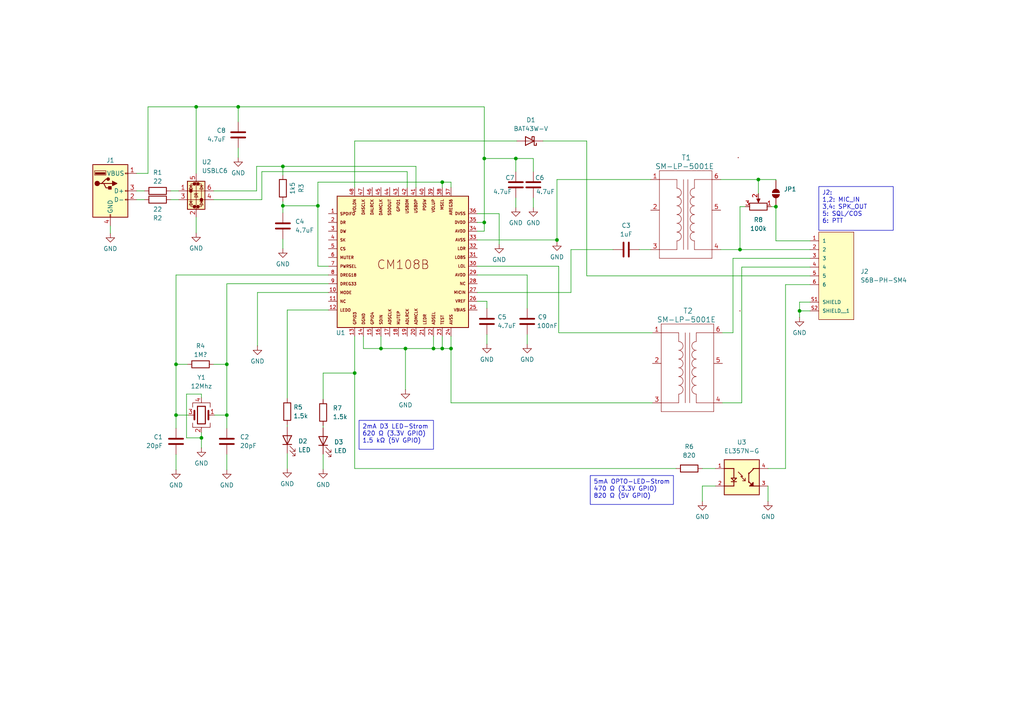
<source format=kicad_sch>
(kicad_sch (version 20231120) (generator "eeschema") (generator_version "8.0")
  (paper "A4")
  (lib_symbols
    (symbol "CM108B:CM108B" (pin_names (offset 1.016))
      (property "Reference" "U" (at 17.78 21.844 0))
      (property "Value" "CM108B" (at 17.78 -20.32 0))
      (symbol "CM108B_0_0"
        (rectangle (start -17.78 -17.78) (end 20.32 20.32) (stroke (width 0.254)) (fill (type background)))
        (text "ADLRCK" (at 3.048 -17.018 900) (effects (font (size 0.8128 0.8128)) (justify left bottom)))
        (text "ADMCLK" (at 5.588 -17.018 900) (effects (font (size 0.8128 0.8128)) (justify left bottom)))
        (text "ADSCLK" (at -2.032 -17.018 900) (effects (font (size 0.8128 0.8128)) (justify left bottom)))
        (text "ADSEL" (at 10.668 -17.018 900) (effects (font (size 0.8128 0.8128)) (justify left bottom)))
        (text "AREG36" (at 14.732 19.558 900) (effects (font (size 0.8128 0.8128)) (justify right top)))
        (text "AVDD" (at 19.558 -2.032 0) (effects (font (size 0.8128 0.8128)) (justify right top)))
        (text "AVDD" (at 19.558 10.668 0) (effects (font (size 0.8128 0.8128)) (justify right top)))
        (text "AVSS" (at 15.748 -17.018 900) (effects (font (size 0.8128 0.8128)) (justify left bottom)))
        (text "AVSS" (at 19.558 8.128 0) (effects (font (size 0.8128 0.8128)) (justify right top)))
        (text "CM108B" (at -6.35 -1.016 0) (effects (font (size 2.54 2.54)) (justify left bottom)))
        (text "CS" (at -17.018 4.572 0) (effects (font (size 0.8128 0.8128)) (justify left bottom)))
        (text "DALRCK" (at -8.128 19.558 900) (effects (font (size 0.8128 0.8128)) (justify right top)))
        (text "DAMCLK" (at -5.588 19.558 900) (effects (font (size 0.8128 0.8128)) (justify right top)))
        (text "DASCLK" (at -10.668 19.558 900) (effects (font (size 0.8128 0.8128)) (justify right top)))
        (text "DGND" (at -9.652 -17.018 900) (effects (font (size 0.8128 0.8128)) (justify left bottom)))
        (text "DR" (at -17.018 12.192 0) (effects (font (size 0.8128 0.8128)) (justify left bottom)))
        (text "DREG18" (at -17.018 -3.048 0) (effects (font (size 0.8128 0.8128)) (justify left bottom)))
        (text "DREG33" (at -17.018 -5.588 0) (effects (font (size 0.8128 0.8128)) (justify left bottom)))
        (text "DVDD" (at 19.558 13.208 0) (effects (font (size 0.8128 0.8128)) (justify right top)))
        (text "DVSS" (at 19.558 15.748 0) (effects (font (size 0.8128 0.8128)) (justify right top)))
        (text "DW" (at -17.018 9.652 0) (effects (font (size 0.8128 0.8128)) (justify left bottom)))
        (text "GPIO1" (at -0.508 19.558 900) (effects (font (size 0.8128 0.8128)) (justify right top)))
        (text "GPIO3" (at -12.192 -17.018 900) (effects (font (size 0.8128 0.8128)) (justify left bottom)))
        (text "GPIO4" (at -7.112 -17.018 900) (effects (font (size 0.8128 0.8128)) (justify left bottom)))
        (text "LEDO" (at -17.018 -13.208 0) (effects (font (size 0.8128 0.8128)) (justify left bottom)))
        (text "LEDR" (at 8.128 -17.018 900) (effects (font (size 0.8128 0.8128)) (justify left bottom)))
        (text "LOBS" (at 19.558 3.048 0) (effects (font (size 0.8128 0.8128)) (justify right top)))
        (text "LOL" (at 19.558 0.508 0) (effects (font (size 0.8128 0.8128)) (justify right top)))
        (text "LOR" (at 19.558 5.588 0) (effects (font (size 0.8128 0.8128)) (justify right top)))
        (text "MICIN" (at 19.558 -7.112 0) (effects (font (size 0.8128 0.8128)) (justify right top)))
        (text "MODE" (at -17.018 -8.128 0) (effects (font (size 0.8128 0.8128)) (justify left bottom)))
        (text "MSEL" (at 12.192 19.558 900) (effects (font (size 0.8128 0.8128)) (justify right top)))
        (text "MUTEP" (at 0.508 -17.018 900) (effects (font (size 0.8128 0.8128)) (justify left bottom)))
        (text "MUTER" (at -17.018 2.032 0) (effects (font (size 0.8128 0.8128)) (justify left bottom)))
        (text "NC" (at -17.018 -10.668 0) (effects (font (size 0.8128 0.8128)) (justify left bottom)))
        (text "NC" (at 19.558 -4.572 0) (effects (font (size 0.8128 0.8128)) (justify right top)))
        (text "PDSW" (at 7.112 19.558 900) (effects (font (size 0.8128 0.8128)) (justify right top)))
        (text "PWRSEL" (at -17.018 -0.508 0) (effects (font (size 0.8128 0.8128)) (justify left bottom)))
        (text "SDDOUT" (at -3.048 19.558 900) (effects (font (size 0.8128 0.8128)) (justify right top)))
        (text "SDIN" (at -4.572 -17.018 900) (effects (font (size 0.8128 0.8128)) (justify left bottom)))
        (text "SK" (at -17.018 7.112 0) (effects (font (size 0.8128 0.8128)) (justify left bottom)))
        (text "SPDIFO" (at -17.018 14.732 0) (effects (font (size 0.8128 0.8128)) (justify left bottom)))
        (text "TEST" (at 13.208 -17.018 900) (effects (font (size 0.8128 0.8128)) (justify left bottom)))
        (text "USBDM" (at 2.032 19.558 900) (effects (font (size 0.8128 0.8128)) (justify right top)))
        (text "USBDP" (at 4.572 19.558 900) (effects (font (size 0.8128 0.8128)) (justify right top)))
        (text "VBIAS" (at 19.558 -12.192 0) (effects (font (size 0.8128 0.8128)) (justify right top)))
        (text "VOLDN" (at -13.208 19.558 900) (effects (font (size 0.8128 0.8128)) (justify right top)))
        (text "VOLUP" (at 9.652 19.558 900) (effects (font (size 0.8128 0.8128)) (justify right top)))
        (text "VREF" (at 19.558 -9.652 0) (effects (font (size 0.8128 0.8128)) (justify right top)))
        (pin bidirectional line (at -20.32 15.24 0) (length 2.54) (name "~") (number "1"))
        (pin bidirectional line (at -20.32 -7.62 0) (length 2.54) (name "~") (number "10"))
        (pin bidirectional line (at -20.32 -10.16 0) (length 2.54) (name "~") (number "11"))
        (pin bidirectional line (at -20.32 -12.7 0) (length 2.54) (name "~") (number "12"))
        (pin bidirectional line (at -12.7 -20.32 90) (length 2.54) (name "~") (number "13"))
        (pin bidirectional line (at -10.16 -20.32 90) (length 2.54) (name "~") (number "14"))
        (pin bidirectional line (at -7.62 -20.32 90) (length 2.54) (name "~") (number "15"))
        (pin bidirectional line (at -5.08 -20.32 90) (length 2.54) (name "~") (number "16"))
        (pin bidirectional line (at -2.54 -20.32 90) (length 2.54) (name "~") (number "17"))
        (pin bidirectional line (at 0 -20.32 90) (length 2.54) (name "~") (number "18"))
        (pin bidirectional line (at 2.54 -20.32 90) (length 2.54) (name "~") (number "19"))
        (pin bidirectional line (at -20.32 12.7 0) (length 2.54) (name "~") (number "2"))
        (pin bidirectional line (at 5.08 -20.32 90) (length 2.54) (name "~") (number "20"))
        (pin bidirectional line (at 7.62 -20.32 90) (length 2.54) (name "~") (number "21"))
        (pin bidirectional line (at 10.16 -20.32 90) (length 2.54) (name "~") (number "22"))
        (pin bidirectional line (at 12.7 -20.32 90) (length 2.54) (name "~") (number "23"))
        (pin bidirectional line (at 15.24 -20.32 90) (length 2.54) (name "~") (number "24"))
        (pin bidirectional line (at 22.86 -12.7 180) (length 2.54) (name "~") (number "25"))
        (pin bidirectional line (at 22.86 -10.16 180) (length 2.54) (name "~") (number "26"))
        (pin bidirectional line (at 22.86 -7.62 180) (length 2.54) (name "~") (number "27"))
        (pin bidirectional line (at 22.86 -5.08 180) (length 2.54) (name "~") (number "28"))
        (pin bidirectional line (at 22.86 -2.54 180) (length 2.54) (name "~") (number "29"))
        (pin bidirectional line (at -20.32 10.16 0) (length 2.54) (name "~") (number "3"))
        (pin bidirectional line (at 22.86 0 180) (length 2.54) (name "~") (number "30"))
        (pin bidirectional line (at 22.86 2.54 180) (length 2.54) (name "~") (number "31"))
        (pin bidirectional line (at 22.86 5.08 180) (length 2.54) (name "~") (number "32"))
        (pin bidirectional line (at 22.86 7.62 180) (length 2.54) (name "~") (number "33"))
        (pin bidirectional line (at 22.86 10.16 180) (length 2.54) (name "~") (number "34"))
        (pin bidirectional line (at 22.86 12.7 180) (length 2.54) (name "~") (number "35"))
        (pin bidirectional line (at 22.86 15.24 180) (length 2.54) (name "~") (number "36"))
        (pin bidirectional line (at 15.24 22.86 270) (length 2.54) (name "~") (number "37"))
        (pin bidirectional line (at 12.7 22.86 270) (length 2.54) (name "~") (number "38"))
        (pin bidirectional line (at 10.16 22.86 270) (length 2.54) (name "~") (number "39"))
        (pin bidirectional line (at -20.32 7.62 0) (length 2.54) (name "~") (number "4"))
        (pin bidirectional line (at 7.62 22.86 270) (length 2.54) (name "~") (number "40"))
        (pin bidirectional line (at 5.08 22.86 270) (length 2.54) (name "~") (number "41"))
        (pin bidirectional line (at 2.54 22.86 270) (length 2.54) (name "~") (number "42"))
        (pin bidirectional line (at 0 22.86 270) (length 2.54) (name "~") (number "43"))
        (pin bidirectional line (at -2.54 22.86 270) (length 2.54) (name "~") (number "44"))
        (pin bidirectional line (at -5.08 22.86 270) (length 2.54) (name "~") (number "45"))
        (pin bidirectional line (at -7.62 22.86 270) (length 2.54) (name "~") (number "46"))
        (pin bidirectional line (at -10.16 22.86 270) (length 2.54) (name "~") (number "47"))
        (pin bidirectional line (at -12.7 22.86 270) (length 2.54) (name "~") (number "48"))
        (pin bidirectional line (at -20.32 5.08 0) (length 2.54) (name "~") (number "5"))
        (pin bidirectional line (at -20.32 2.54 0) (length 2.54) (name "~") (number "6"))
        (pin bidirectional line (at -20.32 0 0) (length 2.54) (name "~") (number "7"))
        (pin bidirectional line (at -20.32 -2.54 0) (length 2.54) (name "~") (number "8"))
        (pin bidirectional line (at -20.32 -5.08 0) (length 2.54) (name "~") (number "9"))
      )
    )
    (symbol "Connector_USB_PCB_Edge:USB_A_PCB_Edge_receptacle" (pin_names (offset 1.016))
      (property "Reference" "J" (at -5.08 11.43 0))
      (property "Value" "USB_A_PCB_Edge_receptacle" (at -5.08 8.89 0))
      (symbol "USB_A_PCB_Edge_receptacle_0_1"
        (rectangle (start -5.08 -7.62) (end 5.08 7.62) (stroke (width 0.254)) (fill (type background)))
        (circle (center -3.81 2.159) (radius 0.635) (stroke (width 0.254)) (fill (type outline)))
        (rectangle (start -1.524 4.826) (end -4.318 5.334) (fill (type outline)))
        (rectangle (start -1.27 4.572) (end -4.572 5.842))
        (circle (center -0.635 3.429) (radius 0.381) (stroke (width 0.254)) (fill (type outline)))
        (rectangle (start -0.127 -7.62) (end 0.127 -6.858))
        (polyline (pts (xy -3.175 2.159) (xy -2.54 2.159) (xy -1.27 3.429) (xy -0.635 3.429)) (stroke (width 0.254)))
        (polyline (pts (xy -2.54 2.159) (xy -1.905 2.159) (xy -1.27 0.889) (xy 0 0.889)) (stroke (width 0.254)))
        (polyline (pts (xy 0.635 2.794) (xy 0.635 1.524) (xy 1.905 2.159) (xy 0.635 2.794)) (stroke (width 0.254)) (fill (type outline)))
        (rectangle (start 0.254 1.27) (end -0.508 0.508) (stroke (width 0.254)) (fill (type outline)))
        (rectangle (start 5.08 -2.667) (end 4.318 -2.413))
        (rectangle (start 5.08 -0.127) (end 4.318 0.127))
        (rectangle (start 5.08 4.953) (end 4.318 5.207))
      )
      (symbol "USB_A_PCB_Edge_receptacle_1_1"
        (polyline (pts (xy -1.905 2.159) (xy 0.635 2.159)) (stroke (width 0.254)))
        (pin power_in line (at 7.62 5.08 180) (length 2.54) (name "VBUS") (number "1"))
        (pin bidirectional line (at 7.62 -2.54 180) (length 2.54) (name "D-") (number "2"))
        (pin bidirectional line (at 7.62 0 180) (length 2.54) (name "D+") (number "3"))
        (pin power_in line (at 0 -10.16 90) (length 2.54) (name "GND") (number "4"))
        (pin passive line (at -2.54 -10.16 90) (length 2.54) hide (name "Shield") (number "5"))
      )
    )
    (symbol "Device:C" (pin_numbers hide) (pin_names (offset 0.254))
      (property "Reference" "C" (at 0.635 2.54 0))
      (property "Value" "C" (at 0.635 -2.54 0))
      (symbol "C_0_1"
        (polyline (pts (xy -2.032 -0.762) (xy 2.032 -0.762)) (stroke (width 0.508)))
        (polyline (pts (xy -2.032 0.762) (xy 2.032 0.762)) (stroke (width 0.508)))
      )
      (symbol "C_1_1"
        (pin passive line (at 0 3.81 270) (length 2.794) (name "~") (number "1"))
        (pin passive line (at 0 -3.81 90) (length 2.794) (name "~") (number "2"))
      )
    )
    (symbol "Device:Crystal_GND24" (pin_names (offset 1.016) hide)
      (property "Reference" "Y" (at 3.175 5.08 0))
      (property "Value" "Crystal_GND24" (at 3.175 3.175 0))
      (symbol "Crystal_GND24_0_1"
        (rectangle (start -1.143 2.54) (end 1.143 -2.54) (stroke (width 0.3048)))
        (polyline (pts (xy -2.54 0) (xy -2.032 0)))
        (polyline (pts (xy -2.032 -1.27) (xy -2.032 1.27)) (stroke (width 0.508)))
        (polyline (pts (xy 0 -3.81) (xy 0 -3.556)))
        (polyline (pts (xy 0 3.556) (xy 0 3.81)))
        (polyline (pts (xy 2.032 -1.27) (xy 2.032 1.27)) (stroke (width 0.508)))
        (polyline (pts (xy 2.032 0) (xy 2.54 0)))
        (polyline (pts (xy -2.54 -2.286) (xy -2.54 -3.556) (xy 2.54 -3.556) (xy 2.54 -2.286)))
        (polyline (pts (xy -2.54 2.286) (xy -2.54 3.556) (xy 2.54 3.556) (xy 2.54 2.286)))
      )
      (symbol "Crystal_GND24_1_1"
        (pin passive line (at -3.81 0 0) (length 1.27) (name "1") (number "1"))
        (pin passive line (at 0 5.08 270) (length 1.27) (name "2") (number "2"))
        (pin passive line (at 3.81 0 180) (length 1.27) (name "3") (number "3"))
        (pin passive line (at 0 -5.08 90) (length 1.27) (name "4") (number "4"))
      )
    )
    (symbol "Device:LED" (pin_numbers hide) (pin_names (offset 1.016) hide)
      (property "Reference" "D" (at 0 2.54 0))
      (property "Value" "LED" (at 0 -2.54 0))
      (symbol "LED_0_1"
        (polyline (pts (xy -1.27 -1.27) (xy -1.27 1.27)) (stroke (width 0.254)))
        (polyline (pts (xy -1.27 0) (xy 1.27 0)))
        (polyline (pts (xy 1.27 -1.27) (xy 1.27 1.27) (xy -1.27 0) (xy 1.27 -1.27)) (stroke (width 0.254)))
        (polyline (pts (xy -3.048 -0.762) (xy -4.572 -2.286) (xy -3.81 -2.286) (xy -4.572 -2.286) (xy -4.572 -1.524)))
        (polyline (pts (xy -1.778 -0.762) (xy -3.302 -2.286) (xy -2.54 -2.286) (xy -3.302 -2.286) (xy -3.302 -1.524)))
      )
      (symbol "LED_1_1"
        (pin passive line (at -3.81 0 0) (length 2.54) (name "K") (number "1"))
        (pin passive line (at 3.81 0 180) (length 2.54) (name "A") (number "2"))
      )
    )
    (symbol "Device:R" (pin_numbers hide) (pin_names (offset 0))
      (property "Reference" "R" (at 2.032 0 90))
      (property "Value" "R" (at 0 0 90))
      (symbol "R_0_1"
        (rectangle (start -1.016 -2.54) (end 1.016 2.54) (stroke (width 0.254)))
      )
      (symbol "R_1_1"
        (pin passive line (at 0 3.81 270) (length 1.27) (name "~") (number "1"))
        (pin passive line (at 0 -3.81 90) (length 1.27) (name "~") (number "2"))
      )
    )
    (symbol "Device:R_Potentiometer" (pin_names (offset 1.016) hide)
      (property "Reference" "RV" (at -4.445 0 90))
      (property "Value" "R_Potentiometer" (at -2.54 0 90))
      (symbol "R_Potentiometer_0_1"
        (polyline (pts (xy 2.54 0) (xy 1.524 0)))
        (polyline (pts (xy 1.143 0) (xy 2.286 0.508) (xy 2.286 -0.508) (xy 1.143 0)) (fill (type outline)))
        (rectangle (start 1.016 2.54) (end -1.016 -2.54) (stroke (width 0.254)))
      )
      (symbol "R_Potentiometer_1_1"
        (pin passive line (at 0 3.81 270) (length 1.27) (name "1") (number "1"))
        (pin passive line (at 3.81 0 180) (length 1.27) (name "2") (number "2"))
        (pin passive line (at 0 -3.81 90) (length 1.27) (name "3") (number "3"))
      )
    )
    (symbol "Diode:BAT43W-V" (pin_numbers hide) (pin_names (offset 1.016) hide)
      (property "Reference" "D" (at 0 2.54 0))
      (property "Value" "BAT43W-V" (at 0 -2.54 0))
      (symbol "BAT43W-V_0_1"
        (polyline (pts (xy 1.27 0) (xy -1.27 0)))
        (polyline (pts (xy 1.27 1.27) (xy 1.27 -1.27) (xy -1.27 0) (xy 1.27 1.27)) (stroke (width 0.254)))
        (polyline (pts (xy -1.905 0.635) (xy -1.905 1.27) (xy -1.27 1.27) (xy -1.27 -1.27) (xy -0.635 -1.27) (xy -0.635 -0.635)) (stroke (width 0.254)))
      )
      (symbol "BAT43W-V_1_1"
        (pin passive line (at -3.81 0 0) (length 2.54) (name "K") (number "1"))
        (pin passive line (at 3.81 0 180) (length 2.54) (name "A") (number "2"))
      )
    )
    (symbol "EL357N-G:EL357N-G" (pin_names (offset 1.016))
      (property "Reference" "U" (at -5.08 5.08 0))
      (property "Value" "EL357N-G" (at -5.08 -7.62 0))
      (symbol "EL357N-G_0_0"
        (rectangle (start -5.08 -5.08) (end 5.08 5.08) (stroke (width 0.254)) (fill (type background)))
        (polyline (pts (xy -5.08 2.54) (xy -2.286 2.54)) (stroke (width 0.254)))
        (polyline (pts (xy -3.048 -1.27) (xy -1.524 -1.27)) (stroke (width 0.254)))
        (polyline (pts (xy -3.048 -0.254) (xy -2.286 -1.016)) (stroke (width 0.254)))
        (polyline (pts (xy -2.286 -2.54) (xy -5.08 -2.54)) (stroke (width 0.254)))
        (polyline (pts (xy -2.286 -1.27) (xy -2.286 -2.54)) (stroke (width 0.254)))
        (polyline (pts (xy -2.286 -1.016) (xy -1.524 -0.254)) (stroke (width 0.254)))
        (polyline (pts (xy -2.286 -0.254) (xy -3.048 -0.254)) (stroke (width 0.254)))
        (polyline (pts (xy -2.286 -0.254) (xy -1.524 -0.254)) (stroke (width 0.254)))
        (polyline (pts (xy -2.286 2.54) (xy -2.286 -0.254)) (stroke (width 0.254)))
        (polyline (pts (xy -1.016 1.524) (xy 0.254 0.254)) (stroke (width 0.2032)))
        (polyline (pts (xy -0.254 0.254) (xy 1.016 -1.016)) (stroke (width 0.2032)))
        (polyline (pts (xy 0.254 0.254) (xy -0.254 0.254)) (stroke (width 0.2032)))
        (polyline (pts (xy 1.016 -1.016) (xy 0.254 -1.016)) (stroke (width 0.2032)))
        (polyline (pts (xy 1.016 -1.016) (xy 1.016 -0.254)) (stroke (width 0.2032)))
        (polyline (pts (xy 2.032 -1.27) (xy 2.032 -1.524)) (stroke (width 0.254)))
        (polyline (pts (xy 2.032 -1.27) (xy 3.302 -2.54)) (stroke (width 0.254)))
        (polyline (pts (xy 2.032 1.016) (xy 2.032 -1.27)) (stroke (width 0.254)))
        (polyline (pts (xy 2.032 1.016) (xy 2.032 1.27)) (stroke (width 0.254)))
        (polyline (pts (xy 2.286 -2.54) (xy 3.048 -2.54)) (stroke (width 0.254)))
        (polyline (pts (xy 2.54 -2.286) (xy 2.286 -2.54)) (stroke (width 0.254)))
        (polyline (pts (xy 2.54 -2.286) (xy 2.794 -2.286)) (stroke (width 0.254)))
        (polyline (pts (xy 2.794 -2.286) (xy 3.048 -2.54)) (stroke (width 0.254)))
        (polyline (pts (xy 3.048 -2.54) (xy 3.048 -2.032)) (stroke (width 0.254)))
        (polyline (pts (xy 3.048 -2.54) (xy 3.302 -2.54)) (stroke (width 0.254)))
        (polyline (pts (xy 3.048 -2.032) (xy 2.794 -2.286)) (stroke (width 0.254)))
        (polyline (pts (xy 3.048 -2.032) (xy 3.302 -1.778)) (stroke (width 0.254)))
        (polyline (pts (xy 3.302 -2.54) (xy 3.302 -2.286)) (stroke (width 0.254)))
        (polyline (pts (xy 3.302 -2.54) (xy 5.08 -2.54)) (stroke (width 0.254)))
        (polyline (pts (xy 3.302 -2.286) (xy 3.048 -2.032)) (stroke (width 0.254)))
        (polyline (pts (xy 3.302 -2.286) (xy 3.302 -1.778)) (stroke (width 0.254)))
        (polyline (pts (xy 3.302 -1.778) (xy 3.302 -1.524)) (stroke (width 0.254)))
        (polyline (pts (xy 3.302 -1.524) (xy 2.54 -2.286)) (stroke (width 0.254)))
        (polyline (pts (xy 3.302 2.286) (xy 2.032 1.016)) (stroke (width 0.254)))
        (polyline (pts (xy 3.302 2.54) (xy 3.302 2.286)) (stroke (width 0.254)))
        (polyline (pts (xy 5.08 2.54) (xy 3.302 2.54)) (stroke (width 0.254)))
        (pin passive line (at -7.62 2.54 0) (length 2.54) (name "~") (number "1"))
        (pin passive line (at -7.62 -2.54 0) (length 2.54) (name "~") (number "2"))
        (pin passive line (at 7.62 -2.54 180) (length 2.54) (name "~") (number "3"))
        (pin passive line (at 7.62 2.54 180) (length 2.54) (name "~") (number "4"))
      )
    )
    (symbol "Jumper:SolderJumper_2_Open" (pin_numbers hide) (pin_names (offset 0) hide) (exclude_from_sim yes) (in_bom no)
      (property "Reference" "JP" (at 0 2.032 0))
      (property "Value" "SolderJumper_2_Open" (at 0 -2.54 0))
      (symbol "SolderJumper_2_Open_0_1"
        (arc (start -0.254 1.016) (mid -1.2656 0) (end -0.254 -1.016))
        (arc (start -0.254 1.016) (mid -1.2656 0) (end -0.254 -1.016) (fill (type outline)))
        (polyline (pts (xy -0.254 1.016) (xy -0.254 -1.016)))
        (polyline (pts (xy 0.254 1.016) (xy 0.254 -1.016)))
        (arc (start 0.254 -1.016) (mid 1.2656 0) (end 0.254 1.016))
        (arc (start 0.254 -1.016) (mid 1.2656 0) (end 0.254 1.016) (fill (type outline)))
      )
      (symbol "SolderJumper_2_Open_1_1"
        (pin passive line (at -3.81 0 0) (length 2.54) (name "A") (number "1"))
        (pin passive line (at 3.81 0 180) (length 2.54) (name "B") (number "2"))
      )
    )
    (symbol "Power_Protection:USBLC6-2SC6" (pin_names hide)
      (property "Reference" "U" (at 0.635 5.715 0))
      (property "Value" "USBLC6-2SC6" (at 0.635 3.81 0))
      (symbol "USBLC6-2SC6_0_0"
        (circle (center -1.524 0) (radius 0.0001) (stroke (width 0.508)))
        (circle (center -0.508 -4.572) (radius 0.0001) (stroke (width 0.508)))
        (circle (center -0.508 2.032) (radius 0.0001) (stroke (width 0.508)))
        (circle (center 0.508 -4.572) (radius 0.0001) (stroke (width 0.508)))
        (circle (center 0.508 2.032) (radius 0.0001) (stroke (width 0.508)))
        (circle (center 1.524 -2.54) (radius 0.0001) (stroke (width 0.508)))
      )
      (symbol "USBLC6-2SC6_0_1"
        (polyline (pts (xy -2.54 -2.54) (xy 2.54 -2.54)))
        (polyline (pts (xy -2.54 0) (xy 2.54 0)))
        (polyline (pts (xy -2.032 -3.048) (xy -1.016 -3.048)))
        (polyline (pts (xy -1.016 1.524) (xy -2.032 1.524)))
        (polyline (pts (xy 1.016 -3.048) (xy 2.032 -3.048)))
        (polyline (pts (xy 1.016 1.524) (xy 2.032 1.524)))
        (polyline (pts (xy -0.508 -1.143) (xy -0.508 -0.762) (xy 0.508 -0.762)))
        (polyline (pts (xy -2.032 0.508) (xy -1.016 0.508) (xy -1.524 1.524) (xy -2.032 0.508)))
        (polyline (pts (xy -1.016 -4.064) (xy -2.032 -4.064) (xy -1.524 -3.048) (xy -1.016 -4.064)))
        (polyline (pts (xy 0.508 -1.778) (xy -0.508 -1.778) (xy 0 -0.762) (xy 0.508 -1.778)))
        (polyline (pts (xy 2.032 -4.064) (xy 1.016 -4.064) (xy 1.524 -3.048) (xy 2.032 -4.064)))
        (polyline (pts (xy 2.032 0.508) (xy 1.016 0.508) (xy 1.524 1.524) (xy 2.032 0.508)))
        (polyline (pts (xy 0 2.54) (xy -0.508 2.032) (xy 0.508 2.032) (xy 0 1.524) (xy 0 -4.064) (xy -0.508 -4.572) (xy 0.508 -4.572) (xy 0 -5.08)))
      )
      (symbol "USBLC6-2SC6_1_1"
        (rectangle (start -2.54 2.794) (end 2.54 -5.334) (stroke (width 0.254)) (fill (type background)))
        (polyline (pts (xy -0.508 2.032) (xy -1.524 2.032) (xy -1.524 -4.572) (xy -0.508 -4.572)))
        (polyline (pts (xy 0.508 -4.572) (xy 1.524 -4.572) (xy 1.524 2.032) (xy 0.508 2.032)))
        (pin passive line (at -5.08 0 0) (length 2.54) (name "I/O1") (number "1"))
        (pin passive line (at 0 -7.62 90) (length 2.54) (name "GND") (number "2"))
        (pin passive line (at -5.08 -2.54 0) (length 2.54) (name "I/O2") (number "3"))
        (pin passive line (at 5.08 -2.54 180) (length 2.54) (name "I/O2") (number "4"))
        (pin passive line (at 0 5.08 270) (length 2.54) (name "VBUS") (number "5"))
        (pin passive line (at 5.08 0 180) (length 2.54) (name "I/O1") (number "6"))
      )
    )
    (symbol "S6B-PH-SM4-TB_LF__SN_:S6B-PH-SM4-TB_LF__SN_" (pin_names (offset 1.016))
      (property "Reference" "J" (at -4.5735 10.6715 0))
      (property "Value" "S6B-PH-SM4-TB_LF__SN_" (at -5.0827 -17.7881 0))
      (symbol "S6B-PH-SM4-TB_LF__SN__0_0"
        (rectangle (start -5.08 -15.24) (end 5.08 10.16) (stroke (width 0.1524)) (fill (type background)))
        (pin passive line (at -7.62 7.62 0) (length 2.54) (name "1") (number "1"))
        (pin passive line (at -7.62 5.08 0) (length 2.54) (name "2") (number "2"))
        (pin passive line (at -7.62 2.54 0) (length 2.54) (name "3") (number "3"))
        (pin passive line (at -7.62 0 0) (length 2.54) (name "4") (number "4"))
        (pin passive line (at -7.62 -2.54 0) (length 2.54) (name "5") (number "5"))
        (pin passive line (at -7.62 -5.08 0) (length 2.54) (name "6") (number "6"))
        (pin passive line (at -7.62 -10.16 0) (length 2.54) (name "SHIELD") (number "S1"))
        (pin passive line (at -7.62 -12.7 0) (length 2.54) (name "SHIELD__1") (number "S2"))
      )
    )
    (symbol "SM-LP-5001E_1" (pin_names (offset 0.254))
      (property "Reference" "R3" (at 8.89 6.35 0))
      (property "Value" "SM-LP-5001E" (at 1.27 3.81 0))
      (symbol "SM-LP-5001E_1_0_1"
        (polyline (pts (xy 2.54 -22.86) (xy 17.78 -22.86)) (stroke (width 0.127)))
        (polyline (pts (xy 2.54 -20.32) (xy 7.62 -20.32)) (stroke (width 0.127)))
        (polyline (pts (xy 2.54 0) (xy 7.62 0)) (stroke (width 0.127)))
        (polyline (pts (xy 2.54 2.54) (xy 2.54 -22.86)) (stroke (width 0.127)))
        (polyline (pts (xy 7.62 -17.78) (xy 7.62 -20.32)) (stroke (width 0.127)))
        (polyline (pts (xy 7.62 -2.54) (xy 7.62 0)) (stroke (width 0.127)))
        (polyline (pts (xy 9.525 0) (xy 9.525 -20.32)) (stroke (width 0.127)))
        (polyline (pts (xy 10.795 -20.32) (xy 10.795 0)) (stroke (width 0.127)))
        (polyline (pts (xy 12.7 -20.32) (xy 17.78 -20.32)) (stroke (width 0.127)))
        (polyline (pts (xy 12.7 -17.78) (xy 12.7 -20.32)) (stroke (width 0.127)))
        (polyline (pts (xy 12.7 0) (xy 12.7 -2.54)) (stroke (width 0.127)))
        (polyline (pts (xy 12.7 0) (xy 17.78 0)) (stroke (width 0.127)))
        (polyline (pts (xy 17.78 -22.86) (xy 17.78 2.54)) (stroke (width 0.127)))
        (polyline (pts (xy 17.78 2.54) (xy 2.54 2.54)) (stroke (width 0.127)))
        (arc (start 7.62 -17.78) (mid 8.8844 -16.51) (end 7.62 -15.24) (stroke (width 0.127)))
        (arc (start 7.62 -15.24) (mid 8.8844 -13.97) (end 7.62 -12.7) (stroke (width 0.127)))
        (arc (start 7.62 -12.7) (mid 8.8844 -11.43) (end 7.62 -10.16) (stroke (width 0.127)))
        (arc (start 7.62 -10.16) (mid 8.8844 -8.89) (end 7.62 -7.62) (stroke (width 0.127)))
        (arc (start 7.62 -7.62) (mid 8.8844 -6.35) (end 7.62 -5.08) (stroke (width 0.127)))
        (arc (start 7.62 -5.08) (mid 8.8844 -3.81) (end 7.62 -2.54) (stroke (width 0.127)))
        (arc (start 12.7 -15.24) (mid 11.4355 -16.51) (end 12.7 -17.78) (stroke (width 0.127)))
        (arc (start 12.7 -12.7) (mid 11.4355 -13.97) (end 12.7 -15.24) (stroke (width 0.127)))
        (arc (start 12.7 -10.16) (mid 11.4355 -11.43) (end 12.7 -12.7) (stroke (width 0.127)))
        (arc (start 12.7 -7.62) (mid 11.4355 -8.89) (end 12.7 -10.16) (stroke (width 0.127)))
        (arc (start 12.7 -5.08) (mid 11.4355 -6.35) (end 12.7 -7.62) (stroke (width 0.127)))
        (arc (start 12.7 -2.54) (mid 11.4355 -3.81) (end 12.7 -5.08) (stroke (width 0.127)))
      )
      (symbol "SM-LP-5001E_1_1_1"
        (circle (center 25.4 6.35) (radius 0.0001))
        (pin bidirectional line (at 0 0 0) (length 2.54) (name "") (number "1"))
        (pin free line (at 0 -8.89 0) (length 2.54) (name "") (number "2"))
        (pin bidirectional line (at 0 -20.32 0) (length 2.54) (name "") (number "3"))
        (pin bidirectional line (at 20.32 -20.32 180) (length 2.54) (name "") (number "4"))
        (pin free line (at 20.32 -8.89 180) (length 2.54) (name "") (number "5"))
        (pin bidirectional line (at 20.32 0 180) (length 2.54) (name "") (number "6"))
      )
    )
    (symbol "power:GND" (power) (pin_numbers hide) (pin_names (offset 0) hide)
      (property "Value" "GND" (at 0 -3.81 0))
      (symbol "GND_0_1"
        (polyline (pts (xy 0 0) (xy 0 -1.27) (xy 1.27 -1.27) (xy 0 -2.54) (xy -1.27 -1.27) (xy 0 -1.27)))
      )
      (symbol "GND_1_1"
        (pin power_in line (at 0 0 270) (length 0) (name "~") (number "1"))
      )
    )
  )
  (junction (at 51.054 120.396))
  (junction (at 140.462 64.516))
  (junction (at 92.202 59.69))
  (junction (at 214.63 72.39))
  (junction (at 140.462 45.974))
  (junction (at 65.786 120.396))
  (junction (at 82.042 59.69))
  (junction (at 69.088 30.988))
  (junction (at 161.544 69.596))
  (junction (at 219.964 52.07))
  (junction (at 58.42 127))
  (junction (at 56.896 30.988))
  (junction (at 231.902 90.17))
  (junction (at 110.49 101.092))
  (junction (at 225.044 59.944))
  (junction (at 125.73 101.092))
  (junction (at 128.27 101.092))
  (junction (at 117.602 101.092))
  (junction (at 149.606 45.974))
  (junction (at 51.054 105.664))
  (junction (at 128.27 52.832))
  (junction (at 82.042 48.26))
  (junction (at 65.786 105.664))
  (junction (at 130.81 101.092))
  (junction (at 102.87 108.204))
  (wire (pts (xy 110.49 97.536) (xy 110.49 101.092)))
  (wire (pts (xy 51.054 105.664) (xy 54.356 105.664)))
  (wire (pts (xy 61.976 57.912) (xy 75.946 57.912)))
  (wire (pts (xy 225.044 59.944) (xy 223.774 59.944)))
  (wire (pts (xy 83.312 89.916) (xy 83.312 115.57)))
  (wire (pts (xy 56.896 30.988) (xy 56.896 50.292)))
  (wire (pts (xy 93.726 108.204) (xy 93.726 115.824)))
  (wire (pts (xy 118.11 49.784) (xy 75.946 49.784)))
  (wire (pts (xy 161.544 69.596) (xy 161.544 70.104)))
  (wire (pts (xy 141.224 87.376) (xy 141.224 89.408)))
  (wire (pts (xy 209.042 52.07) (xy 219.964 52.07)))
  (wire (pts (xy 74.676 84.836) (xy 74.676 100.33)))
  (wire (pts (xy 162.052 77.216) (xy 162.052 96.52)))
  (wire (pts (xy 140.462 45.974) (xy 149.606 45.974)))
  (wire (pts (xy 130.81 116.84) (xy 189.23 116.84)))
  (wire (pts (xy 165.608 72.39) (xy 177.8 72.39)))
  (wire (pts (xy 203.708 140.97) (xy 203.708 145.415)))
  (wire (pts (xy 128.27 52.832) (xy 130.81 52.832)))
  (wire (pts (xy 95.25 84.836) (xy 74.676 84.836)))
  (wire (pts (xy 138.43 67.056) (xy 140.462 67.056)))
  (wire (pts (xy 234.95 72.39) (xy 214.63 72.39)))
  (wire (pts (xy 32.004 65.532) (xy 32.004 67.691)))
  (wire (pts (xy 58.42 125.476) (xy 58.42 127)))
  (wire (pts (xy 209.55 116.84) (xy 215.138 116.84)))
  (wire (pts (xy 92.202 77.216) (xy 95.25 77.216)))
  (wire (pts (xy 138.43 64.516) (xy 140.462 64.516)))
  (wire (pts (xy 219.964 52.07) (xy 219.964 56.134)))
  (wire (pts (xy 110.49 101.092) (xy 117.602 101.092)))
  (wire (pts (xy 128.27 101.092) (xy 130.81 101.092)))
  (wire (pts (xy 140.462 64.516) (xy 140.462 67.056)))
  (wire (pts (xy 215.138 77.47) (xy 234.95 77.47)))
  (wire (pts (xy 231.902 87.63) (xy 231.902 90.17)))
  (wire (pts (xy 227.838 82.55) (xy 234.95 82.55)))
  (wire (pts (xy 51.054 79.756) (xy 95.25 79.756)))
  (wire (pts (xy 51.054 105.664) (xy 51.054 120.396)))
  (wire (pts (xy 75.946 49.784) (xy 75.946 57.912)))
  (wire (pts (xy 82.042 59.69) (xy 82.042 61.722)))
  (wire (pts (xy 69.088 42.926) (xy 69.088 45.72)))
  (wire (pts (xy 117.602 101.092) (xy 125.73 101.092)))
  (wire (pts (xy 170.18 40.894) (xy 157.48 40.894)))
  (wire (pts (xy 215.138 77.47) (xy 215.138 116.84)))
  (wire (pts (xy 128.27 52.832) (xy 128.27 54.356)))
  (wire (pts (xy 58.42 115.316) (xy 58.42 114.3)))
  (wire (pts (xy 105.41 97.536) (xy 105.41 101.092)))
  (wire (pts (xy 165.608 84.836) (xy 165.608 72.39)))
  (wire (pts (xy 92.202 59.69) (xy 92.202 52.832)))
  (wire (pts (xy 225.044 59.944) (xy 225.044 69.85)))
  (wire (pts (xy 125.73 97.536) (xy 125.73 101.092)))
  (wire (pts (xy 54.102 114.3) (xy 54.102 127)))
  (wire (pts (xy 118.11 54.356) (xy 118.11 49.784)))
  (wire (pts (xy 138.43 79.756) (xy 152.908 79.756)))
  (wire (pts (xy 149.606 45.974) (xy 154.686 45.974)))
  (wire (pts (xy 117.602 101.092) (xy 117.602 113.03)))
  (wire (pts (xy 102.87 135.89) (xy 196.088 135.89)))
  (wire (pts (xy 51.054 120.396) (xy 54.61 120.396)))
  (wire (pts (xy 212.598 96.52) (xy 209.55 96.52)))
  (wire (pts (xy 227.838 82.55) (xy 227.838 135.89)))
  (wire (pts (xy 39.624 50.292) (xy 42.926 50.292)))
  (wire (pts (xy 152.908 97.028) (xy 152.908 99.822)))
  (wire (pts (xy 82.042 59.69) (xy 92.202 59.69)))
  (wire (pts (xy 161.544 52.07) (xy 188.722 52.07)))
  (wire (pts (xy 105.41 101.092) (xy 110.49 101.092)))
  (wire (pts (xy 138.43 84.836) (xy 165.608 84.836)))
  (wire (pts (xy 58.42 127) (xy 58.42 129.921)))
  (wire (pts (xy 144.78 61.976) (xy 144.78 70.866)))
  (wire (pts (xy 225.044 52.07) (xy 225.044 52.324)))
  (wire (pts (xy 92.202 59.69) (xy 92.202 77.216)))
  (wire (pts (xy 49.53 57.912) (xy 51.816 57.912)))
  (wire (pts (xy 61.976 105.664) (xy 65.786 105.664)))
  (wire (pts (xy 83.312 131.445) (xy 83.312 135.89)))
  (wire (pts (xy 130.81 52.832) (xy 130.81 54.356)))
  (wire (pts (xy 128.27 101.092) (xy 125.73 101.092)))
  (wire (pts (xy 231.902 90.17) (xy 231.902 92.075)))
  (wire (pts (xy 58.42 114.3) (xy 54.102 114.3)))
  (wire (pts (xy 141.224 97.028) (xy 141.224 99.822)))
  (wire (pts (xy 54.102 127) (xy 58.42 127)))
  (wire (pts (xy 61.976 55.372) (xy 74.422 55.372)))
  (wire (pts (xy 102.87 40.894) (xy 149.86 40.894)))
  (wire (pts (xy 130.81 97.536) (xy 130.81 101.092)))
  (wire (pts (xy 212.598 74.93) (xy 212.598 96.52)))
  (wire (pts (xy 214.63 72.39) (xy 214.63 59.944)))
  (wire (pts (xy 149.606 49.784) (xy 149.606 45.974)))
  (wire (pts (xy 65.786 82.296) (xy 95.25 82.296)))
  (wire (pts (xy 56.896 30.988) (xy 69.088 30.988)))
  (wire (pts (xy 51.054 131.826) (xy 51.054 136.271)))
  (wire (pts (xy 219.964 52.07) (xy 225.044 52.07)))
  (wire (pts (xy 162.052 96.52) (xy 189.23 96.52)))
  (wire (pts (xy 149.606 57.404) (xy 149.606 60.198)))
  (wire (pts (xy 130.81 101.092) (xy 130.81 116.84)))
  (wire (pts (xy 92.202 52.832) (xy 128.27 52.832)))
  (wire (pts (xy 209.042 72.39) (xy 214.63 72.39)))
  (wire (pts (xy 102.87 108.204) (xy 93.726 108.204)))
  (wire (pts (xy 62.23 120.396) (xy 65.786 120.396)))
  (wire (pts (xy 50.8 105.664) (xy 51.054 105.664)))
  (wire (pts (xy 170.18 80.01) (xy 170.18 40.894)))
  (wire (pts (xy 39.624 57.912) (xy 41.91 57.912)))
  (wire (pts (xy 82.042 48.26) (xy 120.65 48.26)))
  (wire (pts (xy 65.786 105.664) (xy 65.786 120.396)))
  (wire (pts (xy 51.054 79.756) (xy 51.054 105.664)))
  (wire (pts (xy 207.518 140.97) (xy 203.708 140.97)))
  (wire (pts (xy 56.896 62.992) (xy 56.896 67.564)))
  (wire (pts (xy 74.422 55.372) (xy 74.422 48.26)))
  (wire (pts (xy 140.462 45.974) (xy 140.462 64.516)))
  (wire (pts (xy 138.43 61.976) (xy 144.78 61.976)))
  (wire (pts (xy 152.908 79.756) (xy 152.908 89.408)))
  (wire (pts (xy 39.624 55.372) (xy 41.91 55.372)))
  (wire (pts (xy 65.786 82.296) (xy 65.786 105.664)))
  (wire (pts (xy 51.054 120.396) (xy 51.054 124.206)))
  (wire (pts (xy 102.87 108.204) (xy 102.87 135.89)))
  (wire (pts (xy 185.42 72.39) (xy 188.722 72.39)))
  (wire (pts (xy 128.27 97.536) (xy 128.27 101.092)))
  (wire (pts (xy 82.042 48.26) (xy 82.042 50.8)))
  (wire (pts (xy 231.902 90.17) (xy 234.95 90.17)))
  (wire (pts (xy 69.088 30.988) (xy 140.462 30.988)))
  (wire (pts (xy 49.53 55.372) (xy 51.816 55.372)))
  (wire (pts (xy 65.786 131.826) (xy 65.786 136.271)))
  (wire (pts (xy 42.926 30.988) (xy 42.926 50.292)))
  (wire (pts (xy 154.686 57.404) (xy 154.686 60.198)))
  (wire (pts (xy 222.758 140.97) (xy 222.758 145.415)))
  (wire (pts (xy 212.598 74.93) (xy 234.95 74.93)))
  (wire (pts (xy 225.044 69.85) (xy 234.95 69.85)))
  (wire (pts (xy 138.43 69.596) (xy 161.544 69.596)))
  (wire (pts (xy 161.544 52.07) (xy 161.544 69.596)))
  (wire (pts (xy 214.63 59.944) (xy 216.154 59.944)))
  (wire (pts (xy 69.088 30.988) (xy 69.088 35.306)))
  (wire (pts (xy 154.686 45.974) (xy 154.686 49.784)))
  (wire (pts (xy 74.422 48.26) (xy 82.042 48.26)))
  (wire (pts (xy 120.65 48.26) (xy 120.65 54.356)))
  (wire (pts (xy 231.902 87.63) (xy 234.95 87.63)))
  (wire (pts (xy 65.786 120.396) (xy 65.786 124.206)))
  (wire (pts (xy 138.43 77.216) (xy 162.052 77.216)))
  (wire (pts (xy 222.758 135.89) (xy 227.838 135.89)))
  (wire (pts (xy 170.18 80.01) (xy 234.95 80.01)))
  (wire (pts (xy 42.926 30.988) (xy 56.896 30.988)))
  (wire (pts (xy 102.87 40.894) (xy 102.87 54.356)))
  (wire (pts (xy 83.312 89.916) (xy 95.25 89.916)))
  (wire (pts (xy 102.87 97.536) (xy 102.87 108.204)))
  (wire (pts (xy 93.726 131.699) (xy 93.726 136.144)))
  (wire (pts (xy 138.43 87.376) (xy 141.224 87.376)))
  (wire (pts (xy 82.042 69.342) (xy 82.042 72.136)))
  (wire (pts (xy 83.312 123.19) (xy 83.312 123.825)))
  (wire (pts (xy 82.042 58.42) (xy 82.042 59.69)))
  (wire (pts (xy 203.708 135.89) (xy 207.518 135.89)))
  (wire (pts (xy 140.462 30.988) (xy 140.462 45.974)))
  (wire (pts (xy 93.726 123.444) (xy 93.726 124.079)))
  (text_box "2mA D3 LED-Strom\n620 Ω (3.3V GPIO)\n1.5 kΩ (5V GPIO)" (at 104.14 121.92 0) (size 21.59 8.382) (effects (font (size 1.27 1.27)) (justify left top)))
  (text_box "5mA OPTO-LED-Strom\n470 Ω (3.3V GPIO)\n820 Ω (5V GPIO)" (at 171.196 137.922 0) (size 24.13 8.382) (effects (font (size 1.27 1.27)) (justify left top)))
  (text_box "J2:\n1,2: MIC_IN\n3,4: SPK_OUT\n5: SQL/COS\n6: PTT" (at 237.49 54.102 0) (size 21.59 12.7) (effects (font (size 1.27 1.27)) (justify left top)))
  (symbol (lib_id "Device:C") (at 65.786 128.016 0) (unit 1)
    (property "Reference" "C2" (at 69.596 126.7459 0) (effects (justify left)))
    (property "Value" "20pF" (at 69.596 129.2859 0) (effects (justify left)))
    (property "Footprint" "Capacitor_SMD:C_0805_2012Metric_Pad1.18x1.45mm_HandSolder" (effects (hide yes)))
    (property "Description" "Unpolarized capacitor" (effects (hide yes)))
  )
  (symbol (lib_id "Device:C") (at 141.224 93.218 0) (unit 1)
    (property "Reference" "C5" (at 144.272 91.9479 0) (effects (justify left)))
    (property "Value" "4.7uF" (at 144.272 94.4879 0) (effects (justify left)))
    (property "Footprint" "Capacitor_SMD:C_0805_2012Metric" (effects (hide yes)))
    (property "Description" "Unpolarized capacitor" (effects (hide yes)))
  )
  (symbol (lib_id "power:GND") (at 222.758 145.415 0) (unit 1)
    (property "Reference" "#PWR04" (effects (hide yes)))
    (property "Value" "GND" (at 222.758 149.86 0))
    (property "Description" "Power symbol creates a global label with name \"GND\" , ground" (effects (hide yes)))
  )
  (symbol (lib_id "power:GND") (at 144.78 70.866 0) (unit 1)
    (property "Reference" "#PWR020" (effects (hide yes)))
    (property "Value" "GND" (at 144.78 75.311 0))
    (property "Description" "Power symbol creates a global label with name \"GND\" , ground" (effects (hide yes)))
  )
  (symbol (lib_id "Device:C") (at 51.054 128.016 0) (mirror x) (unit 1)
    (property "Reference" "C1" (at 47.244 126.7459 0) (effects (justify right)))
    (property "Value" "20pF" (at 47.244 129.2859 0) (effects (justify right)))
    (property "Footprint" "Capacitor_SMD:C_0805_2012Metric_Pad1.18x1.45mm_HandSolder" (effects (hide yes)))
    (property "Description" "Unpolarized capacitor" (effects (hide yes)))
  )
  (symbol (lib_id "Device:R") (at 82.042 54.61 180) (unit 1)
    (property "Reference" "R3" (at 87.376 54.61 90))
    (property "Value" "1k5" (at 84.836 54.61 90))
    (property "Footprint" "Resistor_SMD:R_0805_2012Metric" (effects (hide yes)))
    (property "Description" "Resistor" (effects (hide yes)))
  )
  (symbol (lib_id "power:GND") (at 203.708 145.415 0) (unit 1)
    (property "Reference" "#PWR01" (effects (hide yes)))
    (property "Value" "GND" (at 203.708 149.86 0))
    (property "Description" "Power symbol creates a global label with name \"GND\" , ground" (effects (hide yes)))
  )
  (symbol (lib_id "power:GND") (at 83.312 135.89 0) (unit 1)
    (property "Reference" "#PWR05" (effects (hide yes)))
    (property "Value" "GND" (at 83.312 140.335 0))
    (property "Description" "Power symbol creates a global label with name \"GND\" , ground" (effects (hide yes)))
  )
  (symbol (lib_id "power:GND") (at 117.602 113.03 0) (unit 1)
    (property "Reference" "#PWR018" (effects (hide yes)))
    (property "Value" "GND" (at 117.602 117.475 0))
    (property "Description" "Power symbol creates a global label with name \"GND\" , ground" (effects (hide yes)))
  )
  (symbol (lib_id "Device:R") (at 45.72 55.372 270) (unit 1)
    (property "Reference" "R1" (at 45.72 50.038 90))
    (property "Value" "22" (at 45.72 52.578 90))
    (property "Footprint" "Resistor_SMD:R_0805_2012Metric" (effects (hide yes)))
    (property "Description" "Resistor" (effects (hide yes)))
  )
  (symbol (lib_id "power:GND") (at 82.042 72.136 0) (unit 1)
    (property "Reference" "#PWR012" (effects (hide yes)))
    (property "Value" "GND" (at 82.042 76.581 0))
    (property "Description" "Power symbol creates a global label with name \"GND\" , ground" (effects (hide yes)))
  )
  (symbol (lib_id "power:GND") (at 58.42 129.921 0) (unit 1)
    (property "Reference" "#PWR011" (effects (hide yes)))
    (property "Value" "GND" (at 58.42 134.366 0))
    (property "Description" "Power symbol creates a global label with name \"GND\" , ground" (effects (hide yes)))
  )
  (symbol (lib_id "Device:C") (at 154.686 53.594 0) (unit 1)
    (property "Reference" "C6" (at 155.194 51.562 0) (effects (justify left)))
    (property "Value" "4.7uF" (at 155.448 55.626 0) (effects (justify left)))
    (property "Footprint" "Capacitor_SMD:C_0805_2012Metric" (effects (hide yes)))
    (property "Description" "Unpolarized capacitor" (effects (hide yes)))
  )
  (symbol (lib_id "CM108B:CM108B") (at 115.57 77.216 0) (unit 1)
    (property "Reference" "U1" (at 98.806 96.52 0))
    (property "Value" "CM108B" (effects (hide yes)))
    (property "Footprint" "CM108B:TQFP48" (effects (hide yes)))
    (property "MF" "Cmedia" (effects (hide yes)))
    (property "Description_1" "\n                        \n                            USB Audio Codec improved on CM\n                        \n" (effects (hide yes)))
    (property "Package" "None" (effects (hide yes)))
    (property "Price" "None" (effects (hide yes)))
    (property "SnapEDA_Link" "https://www.snapeda.com/parts/CM108B/Cmedia/view-part/?ref=snap" (effects (hide yes)))
    (property "MP" "CM108B" (effects (hide yes)))
    (property "Availability" "In Stock" (effects (hide yes)))
    (property "Check_prices" "https://www.snapeda.com/parts/CM108B/Cmedia/view-part/?ref=eda" (effects (hide yes)))
  )
  (symbol (lib_id "power:GND") (at 154.686 60.198 0) (unit 1)
    (property "Reference" "#PWR015" (effects (hide yes)))
    (property "Value" "GND" (at 154.686 64.643 0))
    (property "Description" "Power symbol creates a global label with name \"GND\" , ground" (effects (hide yes)))
  )
  (symbol (lib_id "Device:Crystal_GND24") (at 58.42 120.396 180) (unit 1)
    (property "Reference" "Y1" (at 58.42 109.474 0))
    (property "Value" "12Mhz" (at 58.42 112.014 0))
    (property "Footprint" "Crystal:Crystal_SMD_3225-4Pin_3.2x2.5mm" (effects (hide yes)))
    (property "Description" "Four pin crystal, GND on pins 2 and 4" (effects (hide yes)))
  )
  (symbol (lib_name "SM-LP-5001E_1") (lib_id "2025-08-26_09-44-41:SM-LP-5001E") (at 188.722 52.07 0) (unit 1)
    (property "Reference" "T1" (at 197.612 45.72 0) (effects (font (size 1.524 1.524)) (justify left)))
    (property "Value" "SM-LP-5001E" (at 189.992 48.26 0) (effects (font (size 1.524 1.524)) (justify left)))
    (property "Footprint" "RES6_SM-LP-5001E_BRN" (effects (hide yes)))
    (property "Datasheet" "SM-LP-5001E" (effects (hide yes)))
  )
  (symbol (lib_id "power:GND") (at 149.606 60.198 0) (mirror y) (unit 1)
    (property "Reference" "#PWR016" (effects (hide yes)))
    (property "Value" "GND" (at 149.606 64.643 0))
    (property "Description" "Power symbol creates a global label with name \"GND\" , ground" (effects (hide yes)))
  )
  (symbol (lib_id "Device:R") (at 83.312 119.38 180) (unit 1)
    (property "Reference" "R5" (at 85.09 118.1099 0) (effects (justify right)))
    (property "Value" "1.5k" (at 85.09 120.6499 0) (effects (justify right)))
    (property "Footprint" "Resistor_SMD:R_0805_2012Metric" (effects (hide yes)))
    (property "Description" "Resistor" (effects (hide yes)))
  )
  (symbol (lib_id "power:GND") (at 231.902 92.075 0) (unit 1)
    (property "Reference" "#PWR03" (effects (hide yes)))
    (property "Value" "GND" (at 231.902 96.52 0))
    (property "Description" "Power symbol creates a global label with name \"GND\" , ground" (effects (hide yes)))
  )
  (symbol (lib_id "Device:R") (at 199.898 135.89 90) (unit 1)
    (property "Reference" "R6" (at 199.898 129.54 90))
    (property "Value" "820" (at 199.898 132.08 90))
    (property "Footprint" "Resistor_SMD:R_0805_2012Metric" (effects (hide yes)))
    (property "Description" "Resistor" (effects (hide yes)))
  )
  (symbol (lib_id "power:GND") (at 161.544 70.104 0) (unit 1)
    (property "Reference" "#PWR019" (effects (hide yes)))
    (property "Value" "GND" (at 161.544 74.549 0))
    (property "Description" "Power symbol creates a global label with name \"GND\" , ground" (effects (hide yes)))
  )
  (symbol (lib_id "Device:C") (at 149.606 53.594 0) (mirror y) (unit 1)
    (property "Reference" "C7" (at 146.558 51.562 0) (effects (justify right)))
    (property "Value" "4.7uF" (at 143.002 55.626 0) (effects (justify right)))
    (property "Footprint" "Capacitor_SMD:C_0805_2012Metric" (effects (hide yes)))
    (property "Description" "Unpolarized capacitor" (effects (hide yes)))
  )
  (symbol (lib_id "power:GND") (at 152.908 99.822 0) (unit 1)
    (property "Reference" "#PWR021" (effects (hide yes)))
    (property "Value" "GND" (at 152.908 104.267 0))
    (property "Description" "Power symbol creates a global label with name \"GND\" , ground" (effects (hide yes)))
  )
  (symbol (lib_id "Device:R") (at 93.726 119.634 180) (unit 1)
    (property "Reference" "R7" (at 96.52 118.3639 0) (effects (justify right)))
    (property "Value" "1.5k" (at 96.52 120.9039 0) (effects (justify right)))
    (property "Footprint" "Resistor_SMD:R_0805_2012Metric" (effects (hide yes)))
    (property "Description" "Resistor" (effects (hide yes)))
  )
  (symbol (lib_id "Device:R_Potentiometer") (at 219.964 59.944 270) (mirror x) (unit 1)
    (property "Reference" "R8" (at 219.964 63.754 90))
    (property "Value" "100k" (at 219.964 66.294 90))
    (property "Footprint" "Potentiometer_SMD:Potentiometer_Bourns_TC33X_Vertical" (effects (hide yes)))
    (property "Description" "Potentiometer" (effects (hide yes)))
  )
  (symbol (lib_id "Device:C") (at 152.908 93.218 0) (unit 1)
    (property "Reference" "C9" (at 155.956 91.948 0) (effects (justify left)))
    (property "Value" "100nF" (at 155.702 94.488 0) (effects (justify left)))
    (property "Footprint" "Capacitor_SMD:C_0805_2012Metric" (effects (hide yes)))
    (property "Description" "Unpolarized capacitor" (effects (hide yes)))
  )
  (symbol (lib_id "Device:C") (at 181.61 72.39 90) (unit 1)
    (property "Reference" "C3" (at 181.61 65.405 90))
    (property "Value" "1uF" (at 181.61 67.945 90))
    (property "Footprint" "Capacitor_SMD:C_0805_2012Metric" (effects (hide yes)))
    (property "Description" "Unpolarized capacitor" (effects (hide yes)))
  )
  (symbol (lib_id "power:GND") (at 51.054 136.271 0) (unit 1)
    (property "Reference" "#PWR010" (effects (hide yes)))
    (property "Value" "GND" (at 51.054 140.716 0))
    (property "Description" "Power symbol creates a global label with name \"GND\" , ground" (effects (hide yes)))
  )
  (symbol (lib_id "Jumper:SolderJumper_2_Open") (at 225.044 56.134 90) (unit 1) (exclude_from_sim yes) (in_bom no)
    (property "Reference" "JP1" (at 227.33 54.8639 90) (effects (justify right)))
    (property "Value" "SolderJumper_2_Open" (effects (hide yes)))
    (property "Footprint" "Jumper:SolderJumper-2_P1.3mm_Open_RoundedPad1.0x1.5mm" (effects (hide yes)))
    (property "Description" "Solder Jumper, 2-pole, open" (effects (hide yes)))
  )
  (symbol (lib_id "S6B-PH-SM4-TB_LF__SN_:S6B-PH-SM4-TB_LF__SN_") (at 242.57 77.47 0) (unit 1)
    (property "Reference" "J2" (at 249.555 78.7399 0) (effects (justify left)))
    (property "Value" "S6B-PH-SM4" (at 249.555 81.2799 0) (effects (justify left)))
    (property "Footprint" "S6B-PH-SM4:JST_S6B-PH-SM4-TB_LF__SN_" (effects (hide yes)))
    (property "MF" "JST Sales" (effects (hide yes)))
    (property "Description_1" "\n                        \n                            Connector Header Surface Mount, Right Angle 6 position 0.079 (2.00mm)\n                        \n" (effects (hide yes)))
    (property "Package" "None" (effects (hide yes)))
    (property "Price" "None" (effects (hide yes)))
    (property "Check_prices" "https://www.snapeda.com/parts/S6B-PH-SM4-TB%20(LF)(SN)/JST/view-part/?ref=eda" (effects (hide yes)))
    (property "STANDARD" "Manufacturer Recommendation" (effects (hide yes)))
    (property "SnapEDA_Link" "https://www.snapeda.com/parts/S6B-PH-SM4-TB%20(LF)(SN)/JST/view-part/?ref=snap" (effects (hide yes)))
    (property "MP" "S6B-PH-SM4-TB (LF)(SN)" (effects (hide yes)))
    (property "Availability" "In Stock" (effects (hide yes)))
    (property "MANUFACTURER" "JST" (effects (hide yes)))
  )
  (symbol (lib_id "Device:R") (at 45.72 57.912 90) (unit 1)
    (property "Reference" "R2" (at 45.72 63.246 90))
    (property "Value" "22" (at 45.72 60.706 90))
    (property "Footprint" "Resistor_SMD:R_0805_2012Metric" (effects (hide yes)))
    (property "Description" "Resistor" (effects (hide yes)))
  )
  (symbol (lib_id "Connector_USB_PCB_Edge:USB_A_PCB_Edge_receptacle") (at 32.004 55.372 0) (unit 1)
    (property "Reference" "J1" (at 32.004 46.482 0))
    (property "Value" "USB_A_PCB_Edge_receptacle" (effects (hide yes)))
    (property "Footprint" "Connector_USB_PCB_Edge:USB_A_PCB_Edge_receptacle" (effects (hide yes)))
    (property "Description" "USB Type A connector" (effects (hide yes)))
  )
  (symbol (lib_name "SM-LP-5001E_1") (lib_id "2025-08-26_09-44-41:SM-LP-5001E") (at 189.23 96.52 0) (unit 1)
    (property "Reference" "T2" (at 198.12 90.17 0) (effects (font (size 1.524 1.524)) (justify left)))
    (property "Value" "SM-LP-5001E" (at 190.5 92.71 0) (effects (font (size 1.524 1.524)) (justify left)))
    (property "Footprint" "RES6_SM-LP-5001E_BRN" (effects (hide yes)))
    (property "Datasheet" "SM-LP-5001E" (effects (hide yes)))
  )
  (symbol (lib_id "Device:R") (at 58.166 105.664 270) (unit 1)
    (property "Reference" "R4" (at 58.166 100.33 90))
    (property "Value" "1M?" (at 58.166 102.87 90))
    (property "Footprint" "Resistor_SMD:R_0805_2012Metric" (effects (hide yes)))
    (property "Description" "Resistor" (effects (hide yes)))
  )
  (symbol (lib_id "power:GND") (at 56.896 67.564 0) (unit 1)
    (property "Reference" "#PWR06" (effects (hide yes)))
    (property "Value" "GND" (at 56.896 72.009 0))
    (property "Description" "Power symbol creates a global label with name \"GND\" , ground" (effects (hide yes)))
  )
  (symbol (lib_id "power:GND") (at 93.726 136.144 0) (unit 1)
    (property "Reference" "#PWR02" (effects (hide yes)))
    (property "Value" "GND" (at 93.726 140.589 0))
    (property "Description" "Power symbol creates a global label with name \"GND\" , ground" (effects (hide yes)))
  )
  (symbol (lib_id "Device:LED") (at 83.312 127.635 90) (unit 1)
    (property "Reference" "D2" (at 86.487 127.9524 90) (effects (justify right)))
    (property "Value" "LED" (at 86.487 130.4924 90) (effects (justify right)))
    (property "Footprint" "LED_SMD:LED_0805_2012Metric" (effects (hide yes)))
    (property "Description" "Light emitting diode" (effects (hide yes)))
  )
  (symbol (lib_id "power:GND") (at 32.004 67.691 0) (unit 1)
    (property "Reference" "#PWR08" (effects (hide yes)))
    (property "Value" "GND" (at 32.004 72.136 0))
    (property "Description" "Power symbol creates a global label with name \"GND\" , ground" (effects (hide yes)))
  )
  (symbol (lib_id "Power_Protection:USBLC6-2SC6") (at 56.896 55.372 0) (unit 1)
    (property "Reference" "U2" (at 58.5471 46.99 0) (effects (justify left)))
    (property "Value" "USBLC6" (at 58.5471 49.53 0) (effects (justify left)))
    (property "Footprint" "Package_TO_SOT_SMD:SOT-23-6" (effects (hide yes)))
    (property "Datasheet" "https://www.st.com/resource/en/datasheet/usblc6-2.pdf" (effects (hide yes)))
    (property "Description" "Very low capacitance ESD protection diode, 2 data-line, SOT-23-6" (effects (hide yes)))
  )
  (symbol (lib_id "power:GND") (at 141.224 99.822 0) (unit 1)
    (property "Reference" "#PWR013" (effects (hide yes)))
    (property "Value" "GND" (at 141.224 104.267 0))
    (property "Description" "Power symbol creates a global label with name \"GND\" , ground" (effects (hide yes)))
  )
  (symbol (lib_id "power:GND") (at 74.676 100.33 0) (unit 1)
    (property "Reference" "#PWR014" (effects (hide yes)))
    (property "Value" "GND" (at 74.676 104.775 0))
    (property "Description" "Power symbol creates a global label with name \"GND\" , ground" (effects (hide yes)))
  )
  (symbol (lib_id "Device:LED") (at 93.726 127.889 90) (unit 1)
    (property "Reference" "D3" (at 96.901 128.2064 90) (effects (justify right)))
    (property "Value" "LED" (at 96.901 130.7464 90) (effects (justify right)))
    (property "Footprint" "LED_SMD:LED_0805_2012Metric" (effects (hide yes)))
    (property "Description" "Light emitting diode" (effects (hide yes)))
  )
  (symbol (lib_id "power:GND") (at 65.786 136.271 0) (unit 1)
    (property "Reference" "#PWR09" (effects (hide yes)))
    (property "Value" "GND" (at 65.786 140.716 0))
    (property "Description" "Power symbol creates a global label with name \"GND\" , ground" (effects (hide yes)))
  )
  (symbol (lib_id "Diode:BAT43W-V") (at 153.67 40.894 180) (unit 1)
    (property "Reference" "D1" (at 153.9875 34.798 0))
    (property "Value" "BAT43W-V" (at 153.9875 37.338 0))
    (property "Footprint" "Diode_SMD:D_SOD-323" (effects (hide yes)))
    (property "Datasheet" "http://www.vishay.com/docs/85660/bat42.pdf" (effects (hide yes)))
    (property "Description" "30V 0.2A Small Signal Schottky diode, SOD-123" (effects (hide yes)))
  )
  (symbol (lib_id "EL357N-G:EL357N-G") (at 215.138 138.43 0) (unit 1)
    (property "Reference" "U3" (at 215.138 128.27 0))
    (property "Value" "EL357N-G" (at 215.138 130.81 0))
    (property "Footprint" "EL357N-G-Optokoppler:OPTO_EL357N-G" (effects (hide yes)))
    (property "MF" "Everlight Electronics" (effects (hide yes)))
    (property "MAXIMUM_PACKAGE_HEIGHT" "2.00mm" (effects (hide yes)))
    (property "Package" "SOP-4 Everlight" (effects (hide yes)))
    (property "Price" "None" (effects (hide yes)))
    (property "Check_prices" "https://www.snapeda.com/parts/EL357N-G/Everlight/view-part/?ref=eda" (effects (hide yes)))
    (property "STANDARD" "Manufacturer Recommendations" (effects (hide yes)))
    (property "PARTREV" "6" (effects (hide yes)))
    (property "SnapEDA_Link" "https://www.snapeda.com/parts/EL357N-G/Everlight/view-part/?ref=snap" (effects (hide yes)))
    (property "MP" "EL357N-G" (effects (hide yes)))
    (property "Description_1" "\n                        \n                            Optoisolator Transistor Output 3750Vrms 1 Channel 4-SOP (2.54mm)\n                        \n" (effects (hide yes)))
    (property "Availability" "In Stock" (effects (hide yes)))
    (property "MANUFACTURER" "Everlight" (effects (hide yes)))
  )
  (symbol (lib_id "Device:C") (at 82.042 65.532 0) (unit 1)
    (property "Reference" "C4" (at 85.598 64.2619 0) (effects (justify left)))
    (property "Value" "4.7uF" (at 85.598 66.8019 0) (effects (justify left)))
    (property "Footprint" "Capacitor_SMD:C_0805_2012Metric" (effects (hide yes)))
    (property "Description" "Unpolarized capacitor" (effects (hide yes)))
  )
  (symbol (lib_id "Device:C") (at 69.088 39.116 0) (mirror y) (unit 1)
    (property "Reference" "C8" (at 65.532 37.8459 0) (effects (justify left)))
    (property "Value" "4.7uF" (at 65.532 40.3859 0) (effects (justify left)))
    (property "Footprint" "Capacitor_SMD:C_0805_2012Metric" (effects (hide yes)))
    (property "Description" "Unpolarized capacitor" (effects (hide yes)))
  )
  (symbol (lib_id "power:GND") (at 69.088 45.72 0) (mirror y) (unit 1)
    (property "Reference" "#PWR017" (effects (hide yes)))
    (property "Value" "GND" (at 69.088 50.165 0))
    (property "Description" "Power symbol creates a global label with name \"GND\" , ground" (effects (hide yes)))
  )
)
</source>
